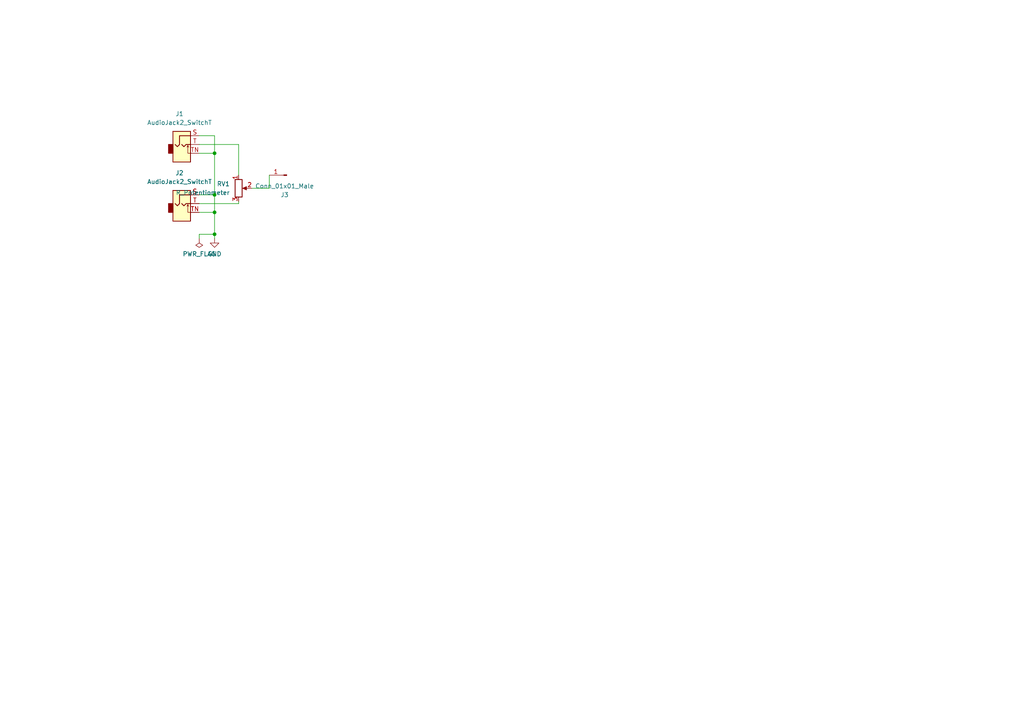
<source format=kicad_sch>
(kicad_sch (version 20211123) (generator eeschema)
  (paper "A4")
  (lib_symbols
    (symbol "Connector:AudioJack2_SwitchT"
      (property "Reference" "J" (at 0 8.89 0))
      (property "Value" "AudioJack2_SwitchT" (at 0 6.35 0))
      (symbol "AudioJack2_SwitchT_0_1"
        (rectangle (start -2.54 0) (end -3.81 -2.54) (stroke (width 0.254)) (fill (type outline)))
        (polyline (pts (xy 1.778 -0.254) (xy 2.032 -0.762)))
        (polyline (pts (xy 0 0) (xy 0.635 -0.635) (xy 1.27 0) (xy 2.54 0)) (stroke (width 0.254)))
        (polyline (pts (xy 2.54 -2.54) (xy 1.778 -2.54) (xy 1.778 -0.254) (xy 1.524 -0.762)))
        (polyline (pts (xy 2.54 2.54) (xy -0.635 2.54) (xy -0.635 0) (xy -1.27 -0.635) (xy -1.905 0)) (stroke (width 0.254)))
        (rectangle (start 2.54 3.81) (end -2.54 -5.08) (stroke (width 0.254)) (fill (type background)))
      )
      (symbol "AudioJack2_SwitchT_1_1"
        (pin passive line (at 5.08 2.54 180) (length 2.54) (name "~") (number "S"))
        (pin passive line (at 5.08 0 180) (length 2.54) (name "~") (number "T"))
        (pin passive line (at 5.08 -2.54 180) (length 2.54) (name "~") (number "TN"))
      )
    )
    (symbol "Connector:Conn_01x01_Male" (pin_names (offset 1.016) hide)
      (property "Reference" "J" (at 0 2.54 0))
      (property "Value" "Conn_01x01_Male" (at 0 -2.54 0))
      (symbol "Conn_01x01_Male_1_1"
        (polyline (pts (xy 1.27 0) (xy 0.8636 0)) (stroke (width 0.1524)))
        (rectangle (start 0.8636 0.127) (end 0 -0.127) (stroke (width 0.1524)) (fill (type outline)))
        (pin passive line (at 5.08 0 180) (length 3.81) (name "Pin_1") (number "1"))
      )
    )
    (symbol "Device:R_Potentiometer" (pin_names (offset 1.016) hide)
      (property "Reference" "RV" (at -4.445 0 90))
      (property "Value" "R_Potentiometer" (at -2.54 0 90))
      (symbol "R_Potentiometer_0_1"
        (polyline (pts (xy 2.54 0) (xy 1.524 0)))
        (polyline (pts (xy 1.143 0) (xy 2.286 0.508) (xy 2.286 -0.508) (xy 1.143 0)) (fill (type outline)))
        (rectangle (start 1.016 2.54) (end -1.016 -2.54) (stroke (width 0.254)))
      )
      (symbol "R_Potentiometer_1_1"
        (pin passive line (at 0 3.81 270) (length 1.27) (name "1") (number "1"))
        (pin passive line (at 3.81 0 180) (length 1.27) (name "2") (number "2"))
        (pin passive line (at 0 -3.81 90) (length 1.27) (name "3") (number "3"))
      )
    )
    (symbol "power:GND" (power) (pin_names (offset 0))
      (property "Value" "GND" (at 0 -3.81 0))
      (symbol "GND_0_1"
        (polyline (pts (xy 0 0) (xy 0 -1.27) (xy 1.27 -1.27) (xy 0 -2.54) (xy -1.27 -1.27) (xy 0 -1.27)))
      )
      (symbol "GND_1_1"
        (pin power_in line (at 0 0 270) (length 0) hide (name "GND") (number "1"))
      )
    )
    (symbol "power:PWR_FLAG" (power) (pin_numbers hide) (pin_names (offset 0) hide)
      (property "Value" "PWR_FLAG" (at 0 3.81 0))
      (symbol "PWR_FLAG_0_0"
        (pin power_out line (at 0 0 90) (length 0) (name "pwr") (number "1"))
      )
      (symbol "PWR_FLAG_0_1"
        (polyline (pts (xy 0 0) (xy 0 1.27) (xy -1.016 1.905) (xy 0 2.54) (xy 1.016 1.905) (xy 0 1.27)))
      )
    )
  )
  (junction (at 62.23 61.595))
  (junction (at 62.23 56.515))
  (junction (at 62.23 67.945))
  (junction (at 62.23 44.45))
  (wire (pts (xy 57.785 69.215) (xy 57.785 67.945)))
  (wire (pts (xy 57.785 41.91) (xy 69.215 41.91)))
  (wire (pts (xy 78.105 54.61) (xy 78.105 50.8)))
  (wire (pts (xy 62.23 56.515) (xy 62.23 61.595)))
  (wire (pts (xy 62.23 67.945) (xy 62.23 69.215)))
  (wire (pts (xy 62.23 61.595) (xy 62.23 67.945)))
  (wire (pts (xy 73.025 54.61) (xy 78.105 54.61)))
  (wire (pts (xy 57.785 59.055) (xy 69.215 59.055)))
  (wire (pts (xy 62.23 39.37) (xy 62.23 44.45)))
  (wire (pts (xy 62.23 44.45) (xy 62.23 56.515)))
  (wire (pts (xy 57.785 67.945) (xy 62.23 67.945)))
  (wire (pts (xy 57.785 61.595) (xy 62.23 61.595)))
  (wire (pts (xy 69.215 41.91) (xy 69.215 50.8)))
  (wire (pts (xy 69.215 59.055) (xy 69.215 58.42)))
  (wire (pts (xy 57.785 44.45) (xy 62.23 44.45)))
  (wire (pts (xy 57.785 56.515) (xy 62.23 56.515)))
  (wire (pts (xy 57.785 39.37) (xy 62.23 39.37)))
  (symbol (lib_id "Connector:AudioJack2_SwitchT") (at 52.705 41.91 0) (unit 1)
    (property "Reference" "J1" (at 52.07 33.02 0))
    (property "Value" "AudioJack2_SwitchT" (at 52.07 35.56 0))
    (property "Footprint" "Connector_Audio:Jack_3.5mm_QingPu_WQP-PJ398SM_Vertical_CircularHoles" (effects hide))
  )
  (symbol (lib_id "Connector:AudioJack2_SwitchT") (at 52.705 59.055 0) (unit 1)
    (property "Reference" "J2" (at 52.07 50.165 0))
    (property "Value" "AudioJack2_SwitchT" (at 52.07 52.705 0))
    (property "Footprint" "Connector_Audio:Jack_3.5mm_QingPu_WQP-PJ398SM_Vertical_CircularHoles" (effects hide))
  )
  (symbol (lib_id "power:PWR_FLAG") (at 57.785 69.215 180) (unit 1)
    (property "Reference" "#FLG01" (effects hide))
    (property "Value" "PWR_FLAG" (at 57.785 73.66 0))
  )
  (symbol (lib_id "Device:R_Potentiometer") (at 69.215 54.61 0) (unit 1)
    (property "Reference" "RV1" (at 66.675 53.3399 0) (effects (justify right)))
    (property "Value" "R_Potentiometer" (at 66.675 55.8799 0) (effects (justify right)))
    (property "Footprint" "urbsLib:Potentiometer_FlatAli_Single_Vertical" (effects hide))
  )
  (symbol (lib_id "Connector:Conn_01x01_Male") (at 83.185 50.8 180) (unit 1)
    (property "Reference" "J3" (at 82.55 56.515 0))
    (property "Value" "Conn_01x01_Male" (at 82.55 53.975 0))
    (property "Footprint" "Connector_PinHeader_2.54mm:PinHeader_1x01_P2.54mm_Horizontal" (effects hide))
  )
  (symbol (lib_id "power:GND") (at 62.23 69.215 0) (unit 1)
    (property "Reference" "#PWR01" (effects hide))
    (property "Value" "GND" (at 62.23 73.66 0))
  )
)
</source>
